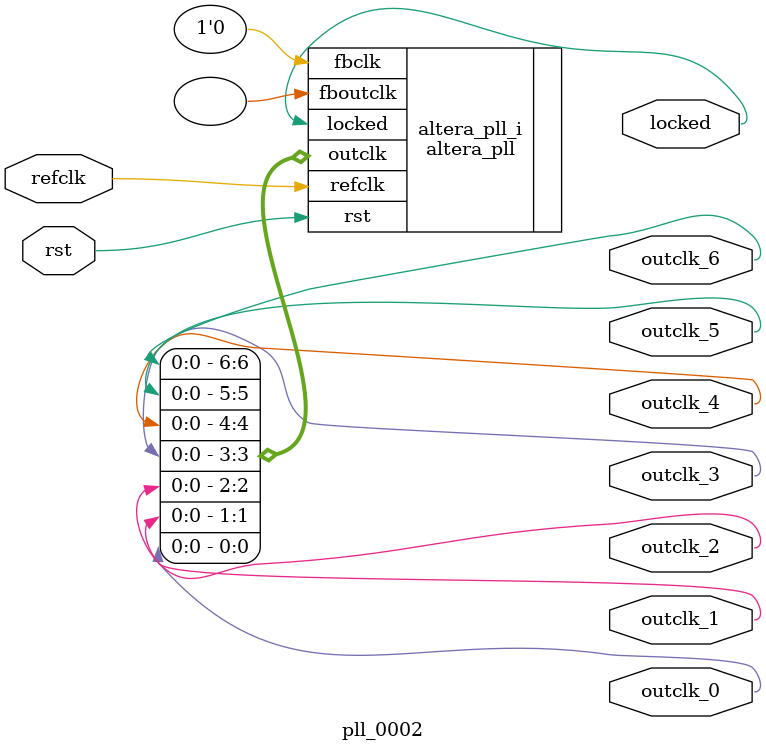
<source format=v>
`timescale 1ns/10ps
module  pll_0002(

	// interface 'refclk'
	input wire refclk,

	// interface 'reset'
	input wire rst,

	// interface 'outclk0'
	output wire outclk_0,

	// interface 'outclk1'
	output wire outclk_1,

	// interface 'outclk2'
	output wire outclk_2,

	// interface 'outclk3'
	output wire outclk_3,

	// interface 'outclk4'
	output wire outclk_4,

	// interface 'outclk5'
	output wire outclk_5,

	// interface 'outclk6'
	output wire outclk_6,

	// interface 'locked'
	output wire locked
);

	altera_pll #(
		.fractional_vco_multiplier("true"),
		.reference_clock_frequency("50.0 MHz"),
		.operation_mode("direct"),
		.number_of_clocks(7),
		.output_clock_frequency0("16.000000 MHz"),
		.phase_shift0("0 ps"),
		.duty_cycle0(50),
		.output_clock_frequency1("24.000000 MHz"),
		.phase_shift1("0 ps"),
		.duty_cycle1(50),
		.output_clock_frequency2("32.000000 MHz"),
		.phase_shift2("0 ps"),
		.duty_cycle2(50),
		.output_clock_frequency3("40.000000 MHz"),
		.phase_shift3("0 ps"),
		.duty_cycle3(50),
		.output_clock_frequency4("48.000000 MHz"),
		.phase_shift4("0 ps"),
		.duty_cycle4(50),
		.output_clock_frequency5("96.000000 MHz"),
		.phase_shift5("0 ps"),
		.duty_cycle5(50),
		.output_clock_frequency6("80.000000 MHz"),
		.phase_shift6("0 ps"),
		.duty_cycle6(50),
		.output_clock_frequency7("0 MHz"),
		.phase_shift7("0 ps"),
		.duty_cycle7(50),
		.output_clock_frequency8("0 MHz"),
		.phase_shift8("0 ps"),
		.duty_cycle8(50),
		.output_clock_frequency9("0 MHz"),
		.phase_shift9("0 ps"),
		.duty_cycle9(50),
		.output_clock_frequency10("0 MHz"),
		.phase_shift10("0 ps"),
		.duty_cycle10(50),
		.output_clock_frequency11("0 MHz"),
		.phase_shift11("0 ps"),
		.duty_cycle11(50),
		.output_clock_frequency12("0 MHz"),
		.phase_shift12("0 ps"),
		.duty_cycle12(50),
		.output_clock_frequency13("0 MHz"),
		.phase_shift13("0 ps"),
		.duty_cycle13(50),
		.output_clock_frequency14("0 MHz"),
		.phase_shift14("0 ps"),
		.duty_cycle14(50),
		.output_clock_frequency15("0 MHz"),
		.phase_shift15("0 ps"),
		.duty_cycle15(50),
		.output_clock_frequency16("0 MHz"),
		.phase_shift16("0 ps"),
		.duty_cycle16(50),
		.output_clock_frequency17("0 MHz"),
		.phase_shift17("0 ps"),
		.duty_cycle17(50),
		.pll_type("General"),
		.pll_subtype("General")
	) altera_pll_i (
		.rst	(rst),
		.outclk	({outclk_6, outclk_5, outclk_4, outclk_3, outclk_2, outclk_1, outclk_0}),
		.locked	(locked),
		.fboutclk	( ),
		.fbclk	(1'b0),
		.refclk	(refclk)
	);
endmodule


</source>
